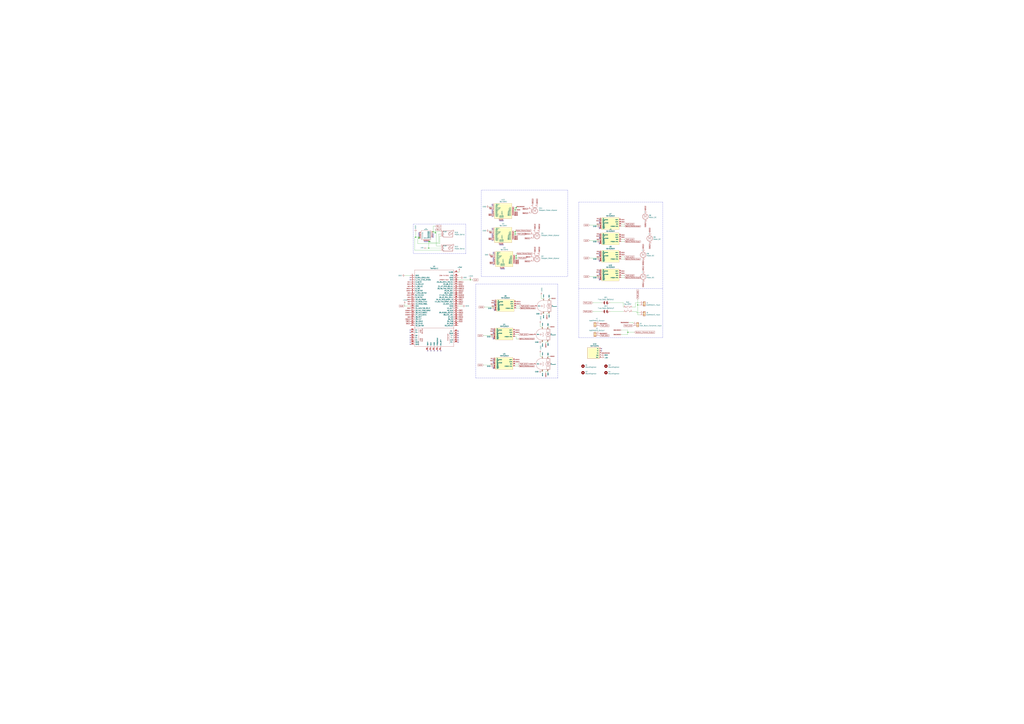
<source format=kicad_sch>
(kicad_sch (version 20211123) (generator eeschema)
  (paper "A0")
  (junction (at 599.44 297.18))
  (junction (at 502.92 269.24))
  (junction (at 482.6 275.59))
  (junction (at 486.41 276.86))
  (junction (at 598.17 269.24))
  (junction (at 598.17 243.84))
  (junction (at 497.84 280.67))
  (junction (at 499.11 280.67))
  (junction (at 505.46 270.51))
  (junction (at 599.44 299.72))
  (junction (at 598.17 271.78))
  (junction (at 546.1 325.12))
  (junction (at 497.84 288.29))
  (junction (at 728.98 386.08))
  (junction (at 599.44 241.3))
  (junction (at 486.41 275.59))
  (junction (at 740.41 354.33))
  (no_connect (at 571.5 266.7))
  (no_connect (at 572.77 293.37))
  (no_connect (at 698.5 405.13))
  (no_connect (at 584.2 284.48))
  (no_connect (at 695.96 259.08))
  (no_connect (at 572.77 417.83))
  (no_connect (at 571.5 246.38))
  (no_connect (at 571.5 273.05))
  (no_connect (at 695.96 318.77))
  (no_connect (at 476.25 400.05))
  (no_connect (at 486.41 273.05))
  (no_connect (at 584.2 312.42))
  (no_connect (at 572.77 383.54))
  (no_connect (at 582.93 256.54))
  (no_connect (at 486.41 274.32))
  (no_connect (at 695.96 276.86))
  (no_connect (at 571.5 237.49))
  (no_connect (at 532.13 392.43))
  (no_connect (at 496.57 280.67))
  (no_connect (at 582.93 312.42))
  (no_connect (at 695.96 302.26))
  (no_connect (at 572.77 294.64))
  (no_connect (at 476.25 383.54))
  (no_connect (at 502.92 274.32))
  (no_connect (at 585.47 312.42))
  (no_connect (at 571.5 279.4))
  (no_connect (at 486.41 271.78))
  (no_connect (at 476.25 386.08))
  (no_connect (at 500.38 407.67))
  (no_connect (at 571.5 251.46))
  (no_connect (at 574.04 359.41))
  (no_connect (at 580.39 284.48))
  (no_connect (at 495.3 280.67))
  (no_connect (at 695.96 257.81))
  (no_connect (at 574.04 360.68))
  (no_connect (at 695.96 323.85))
  (no_connect (at 695.96 255.27))
  (no_connect (at 572.77 392.43))
  (no_connect (at 494.03 280.67))
  (no_connect (at 571.5 245.11))
  (no_connect (at 572.77 393.7))
  (no_connect (at 476.25 394.97))
  (no_connect (at 572.77 427.99))
  (no_connect (at 476.25 397.51))
  (no_connect (at 584.2 256.54))
  (no_connect (at 574.04 350.52))
  (no_connect (at 476.25 389.89))
  (no_connect (at 695.96 283.21))
  (no_connect (at 476.25 322.58))
  (no_connect (at 504.19 407.67))
  (no_connect (at 476.25 325.12))
  (no_connect (at 571.5 265.43))
  (no_connect (at 695.96 293.37))
  (no_connect (at 695.96 325.12))
  (no_connect (at 571.5 274.32))
  (no_connect (at 571.5 238.76))
  (no_connect (at 572.77 421.64))
  (no_connect (at 695.96 265.43))
  (no_connect (at 571.5 275.59))
  (no_connect (at 695.96 264.16))
  (no_connect (at 582.93 284.48))
  (no_connect (at 574.04 353.06))
  (no_connect (at 695.96 303.53))
  (no_connect (at 572.77 299.72))
  (no_connect (at 695.96 275.59))
  (no_connect (at 508 407.67))
  (no_connect (at 572.77 387.35))
  (no_connect (at 581.66 284.48))
  (no_connect (at 502.92 275.59))
  (no_connect (at 571.5 243.84))
  (no_connect (at 572.77 307.34))
  (no_connect (at 572.77 420.37))
  (no_connect (at 502.92 271.78))
  (no_connect (at 581.66 312.42))
  (no_connect (at 572.77 300.99))
  (no_connect (at 532.13 397.51))
  (no_connect (at 496.57 407.67))
  (no_connect (at 532.13 384.81))
  (no_connect (at 695.96 314.96))
  (no_connect (at 574.04 354.33))
  (no_connect (at 698.5 407.67))
  (no_connect (at 476.25 392.43))
  (no_connect (at 695.96 317.5))
  (no_connect (at 572.77 303.53))
  (no_connect (at 532.13 389.89))
  (no_connect (at 572.77 302.26))
  (no_connect (at 695.96 295.91))
  (no_connect (at 532.13 394.97))
  (no_connect (at 581.66 256.54))
  (no_connect (at 486.41 270.51))
  (no_connect (at 571.5 271.78))
  (no_connect (at 511.81 407.67))
  (no_connect (at 532.13 387.35))
  (no_connect (at 695.96 281.94))
  (no_connect (at 572.77 386.08))
  (no_connect (at 572.77 426.72))
  (no_connect (at 580.39 256.54))
  (no_connect (at 695.96 297.18))
  (no_connect (at 502.92 273.05))
  (no_connect (at 492.76 280.67))
  (no_connect (at 695.96 273.05))
  (no_connect (at 571.5 247.65))
  (wire (pts (xy 499.11 281.94) (xy 509.27 281.94)))
  (wire (pts (xy 599.44 299.72) (xy 600.71 299.72)))
  (wire (pts (xy 572.77 389.89) (xy 561.34 389.89)))
  (wire (pts (xy 721.36 280.67) (xy 725.17 280.67)))
  (wire (pts (xy 598.17 270.51) (xy 598.17 269.24)))
  (wire (pts (xy 502.92 269.24) (xy 511.81 269.24)))
  (wire (pts (xy 730.25 374.65) (xy 735.33 374.65)))
  (wire (pts (xy 599.44 297.18) (xy 599.44 294.64)))
  (wire (pts (xy 629.92 379.73) (xy 627.38 379.73)))
  (wire (pts (xy 721.36 322.58) (xy 725.17 322.58)))
  (wire (pts (xy 567.69 267.97) (xy 571.5 267.97)))
  (wire (pts (xy 734.06 356.87) (xy 737.87 356.87)))
  (wire (pts (xy 482.6 275.59) (xy 481.33 275.59)))
  (wire (pts (xy 486.41 276.86) (xy 486.41 275.59)))
  (wire (pts (xy 596.9 273.05) (xy 598.17 273.05)))
  (wire (pts (xy 636.27 414.02) (xy 636.27 416.56)))
  (wire (pts (xy 627.38 375.92) (xy 627.38 379.73)))
  (wire (pts (xy 698.5 361.95) (xy 688.34 361.95)))
  (wire (pts (xy 636.27 379.73) (xy 638.81 379.73)))
  (wire (pts (xy 598.17 245.11) (xy 598.17 243.84)))
  (wire (pts (xy 510.54 274.32) (xy 511.81 274.32)))
  (wire (pts (xy 469.9 355.6) (xy 476.25 355.6)))
  (wire (pts (xy 574.04 356.87) (xy 562.61 356.87)))
  (wire (pts (xy 742.95 354.33) (xy 740.41 354.33)))
  (wire (pts (xy 728.98 388.62) (xy 721.36 388.62)))
  (wire (pts (xy 596.9 269.24) (xy 598.17 269.24)))
  (wire (pts (xy 688.34 351.79) (xy 698.5 351.79)))
  (polyline (pts (xy 659.13 220.98) (xy 659.13 321.31)))
  (polyline (pts (xy 480.06 260.35) (xy 480.06 294.64)))
  (wire (pts (xy 629.92 379.73) (xy 629.92 382.27)))
  (wire (pts (xy 497.84 280.67) (xy 499.11 280.67)))
  (wire (pts (xy 567.69 240.03) (xy 571.5 240.03)))
  (polyline (pts (xy 552.45 439.42) (xy 647.7 439.42)))
  (wire (pts (xy 596.9 271.78) (xy 598.17 271.78)))
  (wire (pts (xy 596.9 241.3) (xy 599.44 241.3)))
  (wire (pts (xy 627.38 410.21) (xy 627.38 414.02)))
  (wire (pts (xy 633.73 431.8) (xy 633.73 433.07)))
  (wire (pts (xy 502.92 269.24) (xy 502.92 262.89)))
  (wire (pts (xy 598.17 422.91) (xy 601.98 422.91)))
  (wire (pts (xy 599.44 298.45) (xy 599.44 297.18)))
  (wire (pts (xy 737.87 356.87) (xy 737.87 351.79)))
  (wire (pts (xy 469.9 353.06) (xy 469.9 355.6)))
  (wire (pts (xy 572.77 424.18) (xy 561.34 424.18)))
  (wire (pts (xy 599.44 358.14) (xy 603.25 358.14)))
  (wire (pts (xy 631.19 346.71) (xy 631.19 349.25)))
  (wire (pts (xy 505.46 270.51) (xy 506.73 270.51)))
  (wire (pts (xy 721.36 298.45) (xy 725.17 298.45)))
  (wire (pts (xy 497.84 288.29) (xy 511.81 288.29)))
  (wire (pts (xy 629.92 431.8) (xy 629.92 429.26)))
  (wire (pts (xy 737.87 351.79) (xy 742.95 351.79)))
  (wire (pts (xy 631.19 364.49) (xy 629.92 364.49)))
  (wire (pts (xy 598.17 299.72) (xy 599.44 299.72)))
  (wire (pts (xy 596.9 243.84) (xy 598.17 243.84)))
  (wire (pts (xy 482.6 269.24) (xy 482.6 275.59)))
  (wire (pts (xy 502.92 262.89) (xy 505.46 262.89)))
  (wire (pts (xy 502.92 270.51) (xy 505.46 270.51)))
  (wire (pts (xy 721.36 262.89) (xy 725.17 262.89)))
  (wire (pts (xy 511.81 285.75) (xy 506.73 285.75)))
  (polyline (pts (xy 647.7 330.2) (xy 552.45 330.2)))
  (wire (pts (xy 599.44 242.57) (xy 599.44 241.3)))
  (polyline (pts (xy 769.62 234.95) (xy 671.83 234.95)))
  (wire (pts (xy 596.9 245.11) (xy 598.17 245.11)))
  (wire (pts (xy 721.36 320.04) (xy 725.17 320.04)))
  (wire (pts (xy 598.17 269.24) (xy 598.17 267.97)))
  (polyline (pts (xy 552.45 330.2) (xy 552.45 439.42)))
  (wire (pts (xy 570.23 295.91) (xy 572.77 295.91)))
  (wire (pts (xy 598.17 273.05) (xy 598.17 271.78)))
  (wire (pts (xy 599.44 393.7) (xy 601.98 393.7)))
  (wire (pts (xy 629.92 431.8) (xy 628.65 431.8)))
  (wire (pts (xy 628.65 342.9) (xy 628.65 346.71)))
  (wire (pts (xy 637.54 364.49) (xy 637.54 361.95)))
  (wire (pts (xy 532.13 316.23) (xy 533.4 316.23)))
  (wire (pts (xy 739.14 361.95) (xy 739.14 363.22)))
  (wire (pts (xy 532.13 322.58) (xy 534.67 322.58)))
  (wire (pts (xy 721.36 300.99) (xy 725.17 300.99)))
  (wire (pts (xy 598.17 388.62) (xy 601.98 388.62)))
  (wire (pts (xy 596.9 270.51) (xy 598.17 270.51)))
  (wire (pts (xy 636.27 397.51) (xy 636.27 394.97)))
  (wire (pts (xy 708.66 361.95) (xy 723.9 361.95)))
  (wire (pts (xy 506.73 285.75) (xy 506.73 270.51)))
  (wire (pts (xy 596.9 242.57) (xy 599.44 242.57)))
  (wire (pts (xy 636.27 431.8) (xy 636.27 429.26)))
  (wire (pts (xy 723.9 351.79) (xy 708.66 351.79)))
  (polyline (pts (xy 541.02 294.64) (xy 541.02 260.35)))
  (polyline (pts (xy 671.83 234.95) (xy 671.83 392.43)))
  (polyline (pts (xy 671.83 392.43) (xy 769.62 392.43)))
  (wire (pts (xy 629.92 397.51) (xy 628.65 397.51)))
  (wire (pts (xy 695.96 261.62) (xy 684.53 261.62)))
  (wire (pts (xy 723.9 356.87) (xy 723.9 351.79)))
  (wire (pts (xy 736.6 386.08) (xy 728.98 386.08)))
  (wire (pts (xy 599.44 355.6) (xy 603.25 355.6)))
  (wire (pts (xy 598.17 297.18) (xy 599.44 297.18)))
  (wire (pts (xy 499.11 280.67) (xy 499.11 281.94)))
  (wire (pts (xy 510.54 283.21) (xy 510.54 274.32)))
  (wire (pts (xy 728.98 383.54) (xy 721.36 383.54)))
  (wire (pts (xy 728.98 386.08) (xy 728.98 388.62)))
  (wire (pts (xy 740.41 354.33) (xy 740.41 347.98)))
  (polyline (pts (xy 558.8 321.31) (xy 659.13 321.31)))
  (wire (pts (xy 485.14 283.21) (xy 510.54 283.21)))
  (wire (pts (xy 631.19 364.49) (xy 631.19 361.95)))
  (wire (pts (xy 629.92 414.02) (xy 627.38 414.02)))
  (wire (pts (xy 635 364.49) (xy 635 365.76)))
  (wire (pts (xy 633.73 397.51) (xy 633.73 398.78)))
  (wire (pts (xy 598.17 243.84) (xy 599.44 243.84)))
  (wire (pts (xy 735.33 374.65) (xy 735.33 375.92)))
  (wire (pts (xy 532.13 325.12) (xy 546.1 325.12)))
  (wire (pts (xy 497.84 280.67) (xy 497.84 288.29)))
  (wire (pts (xy 695.96 279.4) (xy 684.53 279.4)))
  (polyline (pts (xy 647.7 439.42) (xy 647.7 330.2)))
  (wire (pts (xy 636.27 379.73) (xy 636.27 382.27)))
  (wire (pts (xy 636.27 397.51) (xy 633.73 397.51)))
  (wire (pts (xy 721.36 278.13) (xy 725.17 278.13)))
  (wire (pts (xy 495.3 288.29) (xy 497.84 288.29)))
  (wire (pts (xy 721.36 260.35) (xy 725.17 260.35)))
  (wire (pts (xy 599.44 300.99) (xy 599.44 299.72)))
  (wire (pts (xy 739.14 363.22) (xy 742.95 363.22)))
  (wire (pts (xy 728.98 386.08) (xy 728.98 383.54)))
  (wire (pts (xy 485.14 276.86) (xy 485.14 283.21)))
  (polyline (pts (xy 659.13 220.98) (xy 558.8 220.98)))
  (wire (pts (xy 631.19 346.71) (xy 628.65 346.71)))
  (wire (pts (xy 740.41 365.76) (xy 742.95 365.76)))
  (polyline (pts (xy 769.62 234.95) (xy 769.62 392.43)))
  (wire (pts (xy 598.17 300.99) (xy 599.44 300.99)))
  (wire (pts (xy 505.46 266.7) (xy 505.46 270.51)))
  (wire (pts (xy 695.96 299.72) (xy 684.53 299.72)))
  (polyline (pts (xy 541.02 294.64) (xy 480.06 294.64)))
  (wire (pts (xy 599.44 391.16) (xy 599.44 393.7)))
  (wire (pts (xy 486.41 275.59) (xy 482.6 275.59)))
  (wire (pts (xy 533.4 316.23) (xy 533.4 314.96)))
  (wire (pts (xy 636.27 431.8) (xy 633.73 431.8)))
  (wire (pts (xy 629.92 414.02) (xy 629.92 416.56)))
  (wire (pts (xy 509.27 281.94) (xy 509.27 271.78)))
  (polyline (pts (xy 671.83 335.28) (xy 769.62 335.28)))
  (wire (pts (xy 637.54 346.71) (xy 640.08 346.71)))
  (wire (pts (xy 469.9 320.04) (xy 476.25 320.04)))
  (polyline (pts (xy 480.06 260.35) (xy 541.02 260.35)))
  (wire (pts (xy 695.96 321.31) (xy 684.53 321.31)))
  (wire (pts (xy 486.41 276.86) (xy 485.14 276.86)))
  (wire (pts (xy 598.17 425.45) (xy 601.98 425.45)))
  (wire (pts (xy 598.17 298.45) (xy 599.44 298.45)))
  (wire (pts (xy 481.33 290.83) (xy 511.81 290.83)))
  (wire (pts (xy 598.17 391.16) (xy 599.44 391.16)))
  (wire (pts (xy 532.13 355.6) (xy 537.21 355.6)))
  (wire (pts (xy 637.54 346.71) (xy 637.54 349.25)))
  (wire (pts (xy 546.1 325.12) (xy 548.64 325.12)))
  (wire (pts (xy 599.44 241.3) (xy 599.44 240.03)))
  (wire (pts (xy 637.54 364.49) (xy 635 364.49)))
  (wire (pts (xy 734.06 361.95) (xy 739.14 361.95)))
  (wire (pts (xy 481.33 275.59) (xy 481.33 290.83)))
  (wire (pts (xy 509.27 271.78) (xy 511.81 271.78)))
  (wire (pts (xy 740.41 354.33) (xy 740.41 365.76)))
  (wire (pts (xy 636.27 414.02) (xy 638.81 414.02)))
  (polyline (pts (xy 558.8 220.98) (xy 558.8 321.31)))
  (wire (pts (xy 598.17 271.78) (xy 599.44 271.78)))
  (wire (pts (xy 629.92 397.51) (xy 629.92 394.97)))
  (global_label "SLEEP_1" (shape input) (at 532.13 332.74 0) (effects (font (size 0.7874 0.7874))) (property "Intersheet References" "${INTERSHEET_REFS}" (effects hide)))
  (global_label "OUTB1_LIN" (shape input) (at 635 365.76 270) (effects (font (size 0.508 0.508))) (property "Intersheet References" "${INTERSHEET_REFS}" (effects hide)))
  (global_label "3.3V" (shape input) (at 684.53 321.31 180) (property "Intersheet References" "${INTERSHEET_REFS}" (effects hide)))
  (global_label "OUTA_1" (shape input) (at 749.3 245.11 90) (effects (font (size 0.7874 0.7874))) (property "Intersheet References" "${INTERSHEET_REFS}" (effects hide)))
  (global_label "PWR_GND" (shape input) (at 725.17 298.45 0) (property "Intersheet References" "${INTERSHEET_REFS}" (effects hide)))
  (global_label "3.3V" (shape input) (at 469.9 355.6 180) (property "Intersheet References" "${INTERSHEET_REFS}" (effects hide)))
  (global_label "RESET_2" (shape input) (at 572.77 306.07 180) (effects (font (size 0.508 0.508))) (property "Intersheet References" "${INTERSHEET_REFS}" (effects hide)))
  (global_label "INA_7" (shape input) (at 476.25 327.66 180) (effects (font (size 0.508 0.508))) (property "Intersheet References" "${INTERSHEET_REFS}" (effects hide)))
  (global_label "RESET_1" (shape input) (at 571.5 278.13 180) (effects (font (size 0.508 0.508))) (property "Intersheet References" "${INTERSHEET_REFS}" (effects hide)))
  (global_label "BOUT1_3" (shape input) (at 613.41 242.57 180) (effects (font (size 0.7874 0.7874))) (property "Intersheet References" "${INTERSHEET_REFS}" (effects hide)))
  (global_label "PWM_5" (shape input) (at 476.25 347.98 180) (effects (font (size 0.508 0.508))) (property "Intersheet References" "${INTERSHEET_REFS}" (effects hide)))
  (global_label "OUTB_1" (shape input) (at 749.3 257.81 270) (effects (font (size 0.7874 0.7874))) (property "Intersheet References" "${INTERSHEET_REFS}" (effects hide)))
  (global_label "SLEEP_3" (shape input) (at 476.25 337.82 180) (effects (font (size 0.508 0.508))) (property "Intersheet References" "${INTERSHEET_REFS}" (effects hide)))
  (global_label "PWM_6" (shape input) (at 476.25 358.14 180) (effects (font (size 0.508 0.508))) (property "Intersheet References" "${INTERSHEET_REFS}" (effects hide)))
  (global_label "PWM_1" (shape input) (at 695.96 256.54 180) (effects (font (size 0.508 0.508))) (property "Intersheet References" "${INTERSHEET_REFS}" (effects hide)))
  (global_label "PWM_2" (shape input) (at 532.13 363.22 0) (effects (font (size 0.7874 0.7874))) (property "Intersheet References" "${INTERSHEET_REFS}" (effects hide)))
  (global_label "INA_5" (shape input) (at 476.25 345.44 180) (effects (font (size 0.508 0.508))) (property "Intersheet References" "${INTERSHEET_REFS}" (effects hide)))
  (global_label "PWR_GND" (shape input) (at 688.34 351.79 180) (property "Intersheet References" "${INTERSHEET_REFS}" (effects hide)))
  (global_label "BOUT2_3" (shape input) (at 596.9 250.19 0) (effects (font (size 0.508 0.508))) (property "Intersheet References" "${INTERSHEET_REFS}" (effects hide)))
  (global_label "INA_6" (shape input) (at 572.77 382.27 180) (effects (font (size 0.508 0.508))) (property "Intersheet References" "${INTERSHEET_REFS}" (effects hide)))
  (global_label "BOUT2_1" (shape input) (at 615.95 276.86 180) (effects (font (size 0.7874 0.7874))) (property "Intersheet References" "${INTERSHEET_REFS}" (effects hide)))
  (global_label "STEP_3" (shape input) (at 476.25 342.9 180) (effects (font (size 0.508 0.508))) (property "Intersheet References" "${INTERSHEET_REFS}" (effects hide)))
  (global_label "3.3V" (shape input) (at 684.53 299.72 180) (property "Intersheet References" "${INTERSHEET_REFS}" (effects hide)))
  (global_label "PWR_GND" (shape input) (at 601.98 422.91 0) (property "Intersheet References" "${INTERSHEET_REFS}" (effects hide)))
  (global_label "PWR_GND" (shape input) (at 735.33 378.46 180) (property "Intersheet References" "${INTERSHEET_REFS}" (effects hide)))
  (global_label "OUTA_3" (shape input) (at 746.76 289.56 90) (effects (font (size 0.7874 0.7874))) (property "Intersheet References" "${INTERSHEET_REFS}" (effects hide)))
  (global_label "OUTA_2" (shape input) (at 721.36 273.05 0) (effects (font (size 0.508 0.508))) (property "Intersheet References" "${INTERSHEET_REFS}" (effects hide)))
  (global_label "AOUT2_3" (shape input) (at 623.57 237.49 90) (effects (font (size 0.7874 0.7874))) (property "Intersheet References" "${INTERSHEET_REFS}" (effects hide)))
  (global_label "Battery1_Positive24V" (shape input) (at 695.96 375.92 0) (effects (font (size 0.508 0.508))) (property "Intersheet References" "${INTERSHEET_REFS}" (effects hide)))
  (global_label "OUTA1_LIN" (shape input) (at 599.44 350.52 0) (effects (font (size 0.508 0.508))) (property "Intersheet References" "${INTERSHEET_REFS}" (effects hide)))
  (global_label "PWM_5" (shape input) (at 574.04 351.79 180) (effects (font (size 0.508 0.508))) (property "Intersheet References" "${INTERSHEET_REFS}" (effects hide)))
  (global_label "PWR_GND" (shape input) (at 688.34 361.95 180) (property "Intersheet References" "${INTERSHEET_REFS}" (effects hide)))
  (global_label "INB_4" (shape input) (at 695.96 320.04 180) (effects (font (size 0.508 0.508))) (property "Intersheet References" "${INTERSHEET_REFS}" (effects hide)))
  (global_label "PWM_3" (shape input) (at 695.96 294.64 180) (effects (font (size 0.508 0.508))) (property "Intersheet References" "${INTERSHEET_REFS}" (effects hide)))
  (global_label "INB_2" (shape input) (at 695.96 278.13 180) (effects (font (size 0.508 0.508))) (property "Intersheet References" "${INTERSHEET_REFS}" (effects hide)))
  (global_label "OUTB3_LIN" (shape input) (at 633.73 433.07 270) (effects (font (size 0.508 0.508))) (property "Intersheet References" "${INTERSHEET_REFS}" (effects hide)))
  (global_label "OUTA1_LIN" (shape input) (at 640.08 346.71 0) (effects (font (size 0.508 0.508))) (property "Intersheet References" "${INTERSHEET_REFS}" (effects hide)))
  (global_label "INB_6" (shape input) (at 476.25 368.3 180) (effects (font (size 0.508 0.508))) (property "Intersheet References" "${INTERSHEET_REFS}" (effects hide)))
  (global_label "BOUT1_1" (shape input) (at 615.95 271.78 180) (effects (font (size 0.7874 0.7874))) (property "Intersheet References" "${INTERSHEET_REFS}" (effects hide)))
  (global_label "OUTA_3" (shape input) (at 721.36 293.37 0) (effects (font (size 0.508 0.508))) (property "Intersheet References" "${INTERSHEET_REFS}" (effects hide)))
  (global_label "PWM_6" (shape input) (at 572.77 384.81 180) (effects (font (size 0.508 0.508))) (property "Intersheet References" "${INTERSHEET_REFS}" (effects hide)))
  (global_label "Battery_Shared_Output" (shape input) (at 736.6 386.08 0) (property "Intersheet References" "${INTERSHEET_REFS}" (effects hide)))
  (global_label "INA_7" (shape input) (at 572.77 416.56 180) (effects (font (size 0.508 0.508))) (property "Intersheet References" "${INTERSHEET_REFS}" (effects hide)))
  (global_label "INB_4" (shape input) (at 476.25 373.38 180) (effects (font (size 0.7874 0.7874))) (property "Intersheet References" "${INTERSHEET_REFS}" (effects hide)))
  (global_label "Battery_Shared_Output" (shape input) (at 601.98 393.7 0) (effects (font (size 0.9906 0.9906))) (property "Intersheet References" "${INTERSHEET_REFS}" (effects hide)))
  (global_label "PWR_GND" (shape input) (at 695.96 389.89 0) (property "Intersheet References" "${INTERSHEET_REFS}" (effects hide)))
  (global_label "BOUT2_1" (shape input) (at 596.9 278.13 0) (effects (font (size 0.508 0.508))) (property "Intersheet References" "${INTERSHEET_REFS}" (effects hide)))
  (global_label "Battery_Shared_Output" (shape input) (at 725.17 262.89 0) (effects (font (size 0.9906 0.9906))) (property "Intersheet References" "${INTERSHEET_REFS}" (effects hide)))
  (global_label "Battery_Shared_Output" (shape input) (at 599.44 294.64 0) (effects (font (size 0.9906 0.9906))) (property "Intersheet References" "${INTERSHEET_REFS}" (effects hide)))
  (global_label "AOUT1_1" (shape input) (at 621.03 266.7 90) (effects (font (size 0.7874 0.7874))) (property "Intersheet References" "${INTERSHEET_REFS}" (effects hide)))
  (global_label "OUTA_4" (shape input) (at 746.76 314.96 90) (effects (font (size 0.7874 0.7874))) (property "Intersheet References" "${INTERSHEET_REFS}" (effects hide)))
  (global_label "Battery2_Positive24V" (shape input) (at 721.36 388.62 180) (effects (font (size 0.508 0.508))) (property "Intersheet References" "${INTERSHEET_REFS}" (effects hide)))
  (global_label "RESET_3" (shape input) (at 476.25 335.28 180) (effects (font (size 0.508 0.508))) (property "Intersheet References" "${INTERSHEET_REFS}" (effects hide)))
  (global_label "PWR_GND" (shape input) (at 725.17 260.35 0) (property "Intersheet References" "${INTERSHEET_REFS}" (effects hide)))
  (global_label "Battery2_Positive24V" (shape input) (at 695.96 387.35 0) (effects (font (size 0.508 0.508))) (property "Intersheet References" "${INTERSHEET_REFS}" (effects hide)))
  (global_label "OUTA_2" (shape input) (at 754.38 270.51 90) (effects (font (size 0.7874 0.7874))) (property "Intersheet References" "${INTERSHEET_REFS}" (effects hide)))
  (global_label "Battery_Shared_Output" (shape input) (at 730.25 374.65 180) (effects (font (size 0.508 0.508))) (property "Intersheet References" "${INTERSHEET_REFS}" (effects hide)))
  (global_label "Battery_Shared_Output" (shape input) (at 598.17 267.97 0) (effects (font (size 0.9906 0.9906))) (property "Intersheet References" "${INTERSHEET_REFS}" (effects hide)))
  (global_label "Battery_Shared_Output" (shape input) (at 725.17 300.99 0) (effects (font (size 0.9906 0.9906))) (property "Intersheet References" "${INTERSHEET_REFS}" (effects hide)))
  (global_label "INB_5" (shape input) (at 574.04 355.6 180) (effects (font (size 0.508 0.508))) (property "Intersheet References" "${INTERSHEET_REFS}" (effects hide)))
  (global_label "LIN_SIGNAL1" (shape input) (at 621.03 355.6 180) (effects (font (size 0.508 0.508))) (property "Intersheet References" "${INTERSHEET_REFS}" (effects hide)))
  (global_label "STEP_3" (shape input) (at 571.5 241.3 180) (effects (font (size 0.508 0.508))) (property "Intersheet References" "${INTERSHEET_REFS}" (effects hide)))
  (global_label "PWM_4" (shape input) (at 476.25 370.84 180) (effects (font (size 0.7874 0.7874))) (property "Intersheet References" "${INTERSHEET_REFS}" (effects hide)))
  (global_label "INA_1" (shape input) (at 532.13 353.06 0) (effects (font (size 0.7874 0.7874))) (property "Intersheet References" "${INTERSHEET_REFS}" (effects hide)))
  (global_label "SLEEP_3" (shape input) (at 571.5 248.92 180) (effects (font (size 0.508 0.508))) (property "Intersheet References" "${INTERSHEET_REFS}" (effects hide)))
  (global_label "3.3V" (shape input) (at 562.61 356.87 180) (property "Intersheet References" "${INTERSHEET_REFS}" (effects hide)))
  (global_label "PWR_GND" (shape input) (at 740.41 347.98 90) (property "Intersheet References" "${INTERSHEET_REFS}" (effects hide)))
  (global_label "OUTB3_LIN" (shape input) (at 598.17 420.37 0) (effects (font (size 0.508 0.508))) (property "Intersheet References" "${INTERSHEET_REFS}" (effects hide)))
  (global_label "DIR_2" (shape input) (at 532.13 340.36 0) (effects (font (size 0.7874 0.7874))) (property "Intersheet References" "${INTERSHEET_REFS}" (effects hide)))
  (global_label "INA_2" (shape input) (at 695.96 271.78 180) (effects (font (size 0.508 0.508))) (property "Intersheet References" "${INTERSHEET_REFS}" (effects hide)))
  (global_label "SS_2" (shape input) (at 505.46 266.7 0) (property "Intersheet References" "${INTERSHEET_REFS}" (effects hide)))
  (global_label "INA_3" (shape input) (at 532.13 373.38 0) (effects (font (size 0.7874 0.7874))) (property "Intersheet References" "${INTERSHEET_REFS}" (effects hide)))
  (global_label "OUTA_4" (shape input) (at 721.36 314.96 0) (effects (font (size 0.508 0.508))) (property "Intersheet References" "${INTERSHEET_REFS}" (effects hide)))
  (global_label "INB_2" (shape input) (at 532.13 360.68 0) (effects (font (size 0.7874 0.7874))) (property "Intersheet References" "${INTERSHEET_REFS}" (effects hide)))
  (global_label "3.3V" (shape input) (at 684.53 261.62 180) (property "Intersheet References" "${INTERSHEET_REFS}" (effects hide)))
  (global_label "PWR_GND" (shape input) (at 601.98 388.62 0) (property "Intersheet References" "${INTERSHEET_REFS}" (effects hide)))
  (global_label "OUTA_1" (shape input) (at 721.36 255.27 0) (effects (font (size 0.508 0.508))) (property "Intersheet References" "${INTERSHEET_REFS}" (effects hide)))
  (global_label "Battery_Shared_Output" (shape input) (at 725.17 280.67 0) (effects (font (size 0.9906 0.9906))) (property "Intersheet References" "${INTERSHEET_REFS}" (effects hide)))
  (global_label "INA_6" (shape input) (at 476.25 353.06 180) (effects (font (size 0.508 0.508))) (property "Intersheet References" "${INTERSHEET_REFS}" (effects hide)))
  (global_label "LIN_SIGNAL3" (shape input) (at 476.25 360.68 180) (effects (font (size 0.508 0.508))) (property "Intersheet References" "${INTERSHEET_REFS}" (effects hide)))
  (global_label "LIN_SIGNAL1" (shape input) (at 476.25 363.22 180) (effects (font (size 0.508 0.508))) (property "Intersheet References" "${INTERSHEET_REFS}" (effects hide)))
  (global_label "BOUT1_3" (shape input) (at 596.9 248.92 0) (effects (font (size 0.508 0.508))) (property "Intersheet References" "${INTERSHEET_REFS}" (effects hide)))
  (global_label "AOUT1_1" (shape input) (at 596.9 274.32 0) (effects (font (size 0.508 0.508))) (property "Intersheet References" "${INTERSHEET_REFS}" (effects hide)))
  (global_label "LIN_SIGNAL2" (shape input) (at 619.76 388.62 180) (effects (font (size 0.508 0.508))) (property "Intersheet References" "${INTERSHEET_REFS}" (effects hide)))
  (global_label "AOUT2_3" (shape input) (at 596.9 247.65 0) (effects (font (size 0.508 0.508))) (property "Intersheet References" "${INTERSHEET_REFS}" (effects hide)))
  (global_label "BOUT1_2" (shape input) (at 598.17 304.8 0) (effects (font (size 0.508 0.508))) (property "Intersheet References" "${INTERSHEET_REFS}" (effects hide)))
  (global_label "STEP_2" (shape input) (at 572.77 297.18 180) (effects (font (size 0.508 0.508))) (property "Intersheet References" "${INTERSHEET_REFS}" (effects hide)))
  (global_label "BOUT1_2" (shape input) (at 615.95 298.45 180) (effects (font (size 0.6096 0.6096))) (property "Intersheet References" "${INTERSHEET_REFS}" (effects hide)))
  (global_label "Battery_Shared_Output" (shape input) (at 725.17 322.58 0) (effects (font (size 0.9906 0.9906))) (property "Intersheet References" "${INTERSHEET_REFS}" (effects hide)))
  (global_label "AOUT1_2" (shape input) (at 598.17 302.26 0) (effects (font (size 0.508 0.508))) (property "Intersheet References" "${INTERSHEET_REFS}" (effects hide)))
  (global_label "SLEEP_2" (shape input) (at 572.77 304.8 180) (effects (font (size 0.508 0.508))) (property "Intersheet References" "${INTERSHEET_REFS}" (effects hide)))
  (global_label "INA_2" (shape input) (at 532.13 365.76 0) (effects (font (size 0.7874 0.7874))) (property "Intersheet References" "${INTERSHEET_REFS}" (effects hide)))
  (global_label "RESET_1" (shape input) (at 532.13 335.28 0) (effects (font (size 0.7874 0.7874))) (property "Intersheet References" "${INTERSHEET_REFS}" (effects hide)))
  (global_label "3.3V" (shape input) (at 684.53 279.4 180) (property "Intersheet References" "${INTERSHEET_REFS}" (effects hide)))
  (global_label "PWM_3" (shape input) (at 532.13 368.3 0) (effects (font (size 0.7874 0.7874))) (property "Intersheet References" "${INTERSHEET_REFS}" (effects hide)))
  (global_label "Battery_Shared_Output" (shape input) (at 601.98 425.45 0) (effects (font (size 0.9906 0.9906))) (property "Intersheet References" "${INTERSHEET_REFS}" (effects hide)))
  (global_label "STEP_1" (shape input) (at 532.13 327.66 0) (effects (font (size 0.7874 0.7874))) (property "Intersheet References" "${INTERSHEET_REFS}" (effects hide)))
  (global_label "SLEEP_1" (shape input) (at 571.5 276.86 180) (effects (font (size 0.508 0.508))) (property "Intersheet References" "${INTERSHEET_REFS}" (effects hide)))
  (global_label "OUTB_3" (shape input) (at 746.76 302.26 270) (effects (font (size 0.7874 0.7874))) (property "Intersheet References" "${INTERSHEET_REFS}" (effects hide)))
  (global_label "PWM_7" (shape input) (at 476.25 330.2 180) (effects (font (size 0.508 0.508))) (property "Intersheet References" "${INTERSHEET_REFS}" (effects hide)))
  (global_label "PWR_GND" (shape input) (at 695.96 378.46 0) (property "Intersheet References" "${INTERSHEET_REFS}" (effects hide)))
  (global_label "Battery1_Positive24V" (shape input) (at 721.36 383.54 180) (effects (font (size 0.508 0.508))) (property "Intersheet References" "${INTERSHEET_REFS}" (effects hide)))
  (global_label "PWR_GND" (shape input) (at 725.17 320.04 0) (property "Intersheet References" "${INTERSHEET_REFS}" (effects hide)))
  (global_label "RESET_2" (shape input) (at 532.13 345.44 0) (effects (font (size 0.7874 0.7874))) (property "Intersheet References" "${INTERSHEET_REFS}" (effects hide)))
  (global_label "BOUT2_2" (shape input) (at 615.95 303.53 180) (effects (font (size 0.7874 0.7874))) (property "Intersheet References" "${INTERSHEET_REFS}" (effects hide)))
  (global_label "STEP_2" (shape input) (at 532.13 337.82 0) (effects (font (size 0.7874 0.7874))) (property "Intersheet References" "${INTERSHEET_REFS}" (effects hide)))
  (global_label "Battery_Shared_Output" (shape input) (at 698.5 410.21 0) (effects (font (size 0.508 0.508))) (property "Intersheet References" "${INTERSHEET_REFS}" (effects hide)))
  (global_label "AOUT2_2" (shape input) (at 598.17 303.53 0) (effects (font (size 0.508 0.508))) (property "Intersheet References" "${INTERSHEET_REFS}" (effects hide)))
  (global_label "INA_1" (shape input) (at 695.96 254 180) (effects (font (size 0.508 0.508))) (property "Intersheet References" "${INTERSHEET_REFS}" (effects hide)))
  (global_label "DIR_3" (shape input) (at 571.5 242.57 180) (effects (font (size 0.508 0.508))) (property "Intersheet References" "${INTERSHEET_REFS}" (effects hide)))
  (global_label "INB_6" (shape input) (at 572.77 388.62 180) (effects (font (size 0.508 0.508))) (property "Intersheet References" "${INTERSHEET_REFS}" (effects hide)))
  (global_label "PWM_7" (shape input) (at 572.77 419.1 180) (effects (font (size 0.508 0.508))) (property "Intersheet References" "${INTERSHEET_REFS}" (effects hide)))
  (global_label "PWR_GND" (shape input) (at 599.44 271.78 0) (effects (font (size 1.1938 1.1938))) (property "Intersheet References" "${INTERSHEET_REFS}" (effects hide)))
  (global_label "OUTB_2" (shape input) (at 721.36 275.59 0) (effects (font (size 0.508 0.508))) (property "Intersheet References" "${INTERSHEET_REFS}" (effects hide)))
  (global_label "INA_5" (shape input) (at 574.04 349.25 180) (effects (font (size 0.508 0.508))) (property "Intersheet References" "${INTERSHEET_REFS}" (effects hide)))
  (global_label "RESET_3" (shape input) (at 571.5 250.19 180) (effects (font (size 0.508 0.508))) (property "Intersheet References" "${INTERSHEET_REFS}" (effects hide)))
  (global_label "OUTB_4" (shape input) (at 746.76 327.66 270) (effects (font (size 0.7874 0.7874))) (property "Intersheet References" "${INTERSHEET_REFS}" (effects hide)))
  (global_label "INB_1" (shape input) (at 532.13 347.98 0) (effects (font (size 0.7874 0.7874))) (property "Intersheet References" "${INTERSHEET_REFS}" (effects hide)))
  (global_label "OUTA3_LIN" (shape input) (at 638.81 414.02 0) (effects (font (size 0.508 0.508))) (property "Intersheet References" "${INTERSHEET_REFS}" (effects hide)))
  (global_label "INB_3" (shape input) (at 695.96 298.45 180) (effects (font (size 0.508 0.508))) (property "Intersheet References" "${INTERSHEET_REFS}" (effects hide)))
  (global_label "OUTB2_LIN" (shape input) (at 598.17 386.08 0) (effects (font (size 0.508 0.508))) (property "Intersheet References" "${INTERSHEET_REFS}" (effects hide)))
  (global_label "BOUT2_2" (shape input) (at 598.17 306.07 0) (effects (font (size 0.508 0.508))) (property "Intersheet References" "${INTERSHEET_REFS}" (effects hide)))
  (global_label "SLEEP_2" (shape input) (at 532.13 342.9 0) (effects (font (size 0.7874 0.7874))) (property "Intersheet References" "${INTERSHEET_REFS}" (effects hide)))
  (global_label "BOUT1_1" (shape input) (at 596.9 276.86 0) (effects (font (size 0.508 0.508))) (property "Intersheet References" "${INTERSHEET_REFS}" (effects hide)))
  (global_label "PWR_GND" (shape input) (at 600.71 299.72 0) (effects (font (size 1.1938 1.1938))) (property "Intersheet References" "${INTERSHEET_REFS}" (effects hide)))
  (global_label "DIR_2" (shape input) (at 572.77 298.45 180) (effects (font (size 0.508 0.508))) (property "Intersheet References" "${INTERSHEET_REFS}" (effects hide)))
  (global_label "OUTB1_LIN" (shape input) (at 599.44 353.06 0) (effects (font (size 0.508 0.508))) (property "Intersheet References" "${INTERSHEET_REFS}" (effects hide)))
  (global_label "PWR_GND" (shape input) (at 603.25 355.6 0) (property "Intersheet References" "${INTERSHEET_REFS}" (effects hide)))
  (global_label "OUTA3_LIN" (shape input) (at 598.17 417.83 0) (effects (font (size 0.508 0.508))) (property "Intersheet References" "${INTERSHEET_REFS}" (effects hide)))
  (global_label "LIN_SIGNAL3" (shape input) (at 619.76 422.91 180) (effects (font (size 0.508 0.508))) (property "Intersheet References" "${INTERSHEET_REFS}" (effects hide)))
  (global_label "STEP_1" (shape input) (at 571.5 269.24 180) (effects (font (size 0.508 0.508))) (property "Intersheet References" "${INTERSHEET_REFS}" (effects hide)))
  (global_label "AOUT1_3" (shape input) (at 596.9 246.38 0) (effects (font (size 0.508 0.508))) (property "Intersheet References" "${INTERSHEET_REFS}" (effects hide)))
  (global_label "3.3V" (shape input) (at 561.34 424.18 180) (property "Intersheet References" "${INTERSHEET_REFS}" (effects hide)))
  (global_label "PWR_GND" (shape input) (at 599.44 243.84 0) (effects (font (size 0.508 0.508))) (property "Intersheet References" "${INTERSHEET_REFS}" (effects hide)))
  (global_label "OUTA2_LIN" (shape input) (at 638.81 379.73 0) (effects (font (size 0.508 0.508))) (property "Intersheet References" "${INTERSHEET_REFS}" (effects hide)))
  (global_label "INB_3" (shape input) (at 532.13 370.84 0) (effects (font (size 0.7874 0.7874))) (property "Intersheet References" "${INTERSHEET_REFS}" (effects hide)))
  (global_label "PWM_2" (shape input) (at 695.96 274.32 180) (effects (font (size 0.508 0.508))) (property "Intersheet References" "${INTERSHEET_REFS}" (effects hide)))
  (global_label "OUTB2_LIN" (shape input) (at 633.73 398.78 270) (effects (font (size 0.508 0.508))) (property "Intersheet References" "${INTERSHEET_REFS}" (effects hide)))
  (global_label "INA_4" (shape input) (at 695.96 313.69 180) (effects (font (size 0.508 0.508))) (property "Intersheet References" "${INTERSHEET_REFS}" (effects hide)))
  (global_label "OUTB_4" (shape input) (at 721.36 317.5 0) (effects (font (size 0.508 0.508))) (property "Intersheet References" "${INTERSHEET_REFS}" (effects hide)))
  (global_label "AOUT1_2" (shape input) (at 621.03 293.37 90) (effects (font (size 0.7874 0.7874))) (property "Intersheet References" "${INTERSHEET_REFS}" (effects hide)))
  (global_label "INB_7" (shape input) (at 476.25 332.74 180) (effects (font (size 0.508 0.508))) (property "Intersheet References" "${INTERSHEET_REFS}" (effects hide)))
  (global_label "OUTA2_LIN" (shape input) (at 598.17 383.54 0) (effects (font (size 0.508 0.508))) (property "Intersheet References" "${INTERSHEET_REFS}" (effects hide)))
  (global_label "AOUT2_1" (shape input) (at 626.11 266.7 90) (effects (font (size 0.7874 0.7874))) (property "Intersheet References" "${INTERSHEET_REFS}" (effects hide)))
  (global_label "PWR_GND" (shape input) (at 725.17 278.13 0) (property "Intersheet References" "${INTERSHEET_REFS}" (effects hide)))
  (global_label "INB_5" (shape input) (at 476.25 350.52 180) (effects (font (size 0.508 0.508))) (property "Intersheet References" "${INTERSHEET_REFS}" (effects hide)))
  (global_label "PWM_4" (shape input) (at 695.96 316.23 180) (effects (font (size 0.508 0.508))) (property "Intersheet References" "${INTERSHEET_REFS}" (effects hide)))
  (global_label "BOUT2_3" (shape input) (at 613.41 247.65 180) (effects (font (size 0.7874 0.7874))) (property "Intersheet References" "${INTERSHEET_REFS}" (effects hide)))
  (global_label "AOUT2_1" (shape input) (at 596.9 275.59 0) (effects (font (size 0.508 0.508))) (property "Intersheet References" "${INTERSHEET_REFS}" (effects hide)))
  (global_label "3.3V" (shape input) (at 561.34 389.89 180) (property "Intersheet References" "${INTERSHEET_REFS}" (effects hide)))
  (global_label "Battery_Shared_Output" (shape input) (at 599.44 240.03 0) (effects (font (size 0.508 0.508))) (property "Intersheet References" "${INTERSHEET_REFS}" (effects hide)))
  (global_label "OUTB_2" (shape input) (at 754.38 283.21 270) (effects (font (size 0.7874 0.7874))) (property "Intersheet References" "${INTERSHEET_REFS}" (effects hide)))
  (global_label "INA_4" (shape input) (at 476.25 375.92 180) (effects (font (size 0.7874 0.7874))) (property "Intersheet References" "${INTERSHEET_REFS}" (effects hide)))
  (global_label "SS_1" (shape input) (at 505.46 262.89 0) (property "Intersheet References" "${INTERSHEET_REFS}" (effects hide)))
  (global_label "INB_7" (shape input) (at 572.77 422.91 180) (effects (font (size 0.508 0.508))) (property "Intersheet References" "${INTERSHEET_REFS}" (effects hide)))
  (global_label "3.3V" (shape input) (at 548.64 325.12 0) (property "Intersheet References" "${INTERSHEET_REFS}" (effects hide)))
  (global_label "AOUT1_3" (shape input) (at 618.49 237.49 90) (effects (font (size 0.7874 0.7874))) (property "Intersheet References" "${INTERSHEET_REFS}" (effects hide)))
  (global_label "INA_3" (shape input) (at 695.96 292.1 180) (effects (font (size 0.508 0.508))) (property "Intersheet References" "${INTERSHEET_REFS}" (effects hide)))
  (global_label "AOUT2_2" (shape input) (at 626.11 293.37 90) (effects (font (size 0.7874 0.7874))) (property "Intersheet References" "${INTERSHEET_REFS}" (effects hide)))
  (global_label "DIR_1" (shape input) (at 571.5 270.51 180) (effects (font (size 0.508 0.508))) (property "Intersheet References" "${INTERSHEET_REFS}" (effects hide)))
  (global_label "OUTB_1" (shape input) (at 721.36 257.81 0) (effects (font (size 0.508 0.508))) (property "Intersheet References" "${INTERSHEET_REFS}" (effects hide)))
  (global_label "INB_1" (shape input) (at 695.96 260.35 180) (effects (font (size 0.508 0.508))) (property "Intersheet References" "${INTERSHEET_REFS}" (effects hide)))
  (global_label "DIR_3" (shape input) (at 476.25 340.36 180) (effects (font (size 0.508 0.508))) (property "Intersheet References" "${INTERSHEET_REFS}" (effects hide)))
  (global_label "PWM_1" (shape input) (at 532.13 350.52 0) (effects (font (size 0.7874 0.7874))) (property "Intersheet References" "${INTERSHEET_REFS}" (effects hide)))
  (global_label "OUTB_3" (shape input) (at 721.36 295.91 0) (effects (font (size 0.508 0.508))) (property "Intersheet References" "${INTERSHEET_REFS}" (effects hide)))
  (global_label "LIN_SIGNAL2" (shape input) (at 476.25 365.76 180) (effects (font (size 0.508 0.508))) (property "Intersheet References" "${INTERSHEET_REFS}" (effects hide)))
  (global_label "Battery_Shared_Output" (shape input) (at 603.25 358.14 0) (effects (font (size 0.9906 0.9906))) (property "Intersheet References" "${INTERSHEET_REFS}" (effects hide)))
  (global_label "DIR_1" (shape input) (at 532.13 330.2 0) (effects (font (size 0.7874 0.7874))) (property "Intersheet References" "${INTERSHEET_REFS}" (effects hide)))
  (symbol (lib_id "Teensy:Teensy4.1") (at 504.19 374.65 0) (unit 1)
    (property "Reference" "U1" (at 504.19 309.499 0))
    (property "Value" "Teensy4.1" (at 504.19 311.8104 0))
    (property "Footprint" "Custom Footprints:Teensy41" (effects hide))
  )
  (symbol (lib_id "CustomLibrary:VNH52019") (at 720.09 267.97 0) (unit 1)
    (property "Reference" "U7" (at 708.66 248.5898 0))
    (property "Value" "VNH52019" (at 708.66 250.9012 0))
    (property "Footprint" "Custom Footprints:DCMotorDriver" (effects hide))
  )
  (symbol (lib_id "CustomLibrary:VNH52019") (at 720.09 285.75 0) (unit 1)
    (property "Reference" "U8" (at 708.66 266.3698 0))
    (property "Value" "VNH52019" (at 708.66 268.6812 0))
    (property "Footprint" "Custom Footprints:DCMotorDriver" (effects hide))
  )
  (symbol (lib_id "CustomLibrary:VNH52019") (at 720.09 306.07 0) (unit 1)
    (property "Reference" "U9" (at 708.66 286.6898 0))
    (property "Value" "VNH52019" (at 708.66 289.0012 0))
    (property "Footprint" "Custom Footprints:DCMotorDriver" (effects hide))
  )
  (symbol (lib_id "CustomLibrary:VNH52019") (at 720.09 327.66 0) (unit 1)
    (property "Reference" "U10" (at 708.66 308.2798 0))
    (property "Value" "VNH52019" (at 708.66 310.5912 0))
    (property "Footprint" "Custom Footprints:DCMotorDriver" (effects hide))
  )
  (symbol (lib_id "Overall-Schematics-rescue:StepperMotorDriver-CustomLibrary") (at 584.2 261.62 0) (unit 1)
    (property "Reference" "U2" (at 584.2 260.0198 0))
    (property "Value" "36v4SMD" (at 584.2 262.3312 0))
    (property "Footprint" "Custom Footprints:StepperMotorDriver" (effects hide))
  )
  (symbol (lib_id "Overall-Schematics-rescue:StepperMotorDriver-CustomLibrary") (at 585.47 289.56 0) (unit 1)
    (property "Reference" "U3" (at 585.47 287.9598 0))
    (property "Value" "36v4SMD" (at 585.47 290.2712 0))
    (property "Footprint" "Custom Footprints:StepperMotorDriver" (effects hide))
  )
  (symbol (lib_id "Motor:Stepper_Motor_bipolar") (at 623.57 274.32 0) (unit 1)
    (property "Reference" "M1" (at 628.3452 271.1704 0) (effects (justify left)))
    (property "Value" "Stepper_Motor_bipolar" (at 628.3452 273.4818 0) (effects (justify left)))
    (property "Footprint" "TerminalBlock:TerminalBlock_bornier-4_P5.08mm" (effects hide))
    (property "Datasheet" "http://www.infineon.com/dgdl/Application-Note-TLE8110EE_driving_UniPolarStepperMotor_V1.1.pdf?fileId=db3a30431be39b97011be5d0aa0a00b0" (effects hide))
  )
  (symbol (lib_id "Motor:Stepper_Motor_bipolar") (at 623.57 300.99 0) (unit 1)
    (property "Reference" "M2" (at 628.3452 297.8404 0) (effects (justify left)))
    (property "Value" "Stepper_Motor_bipolar" (at 628.3452 300.1518 0) (effects (justify left)))
    (property "Footprint" "TerminalBlock:TerminalBlock_bornier-4_P5.08mm" (effects hide))
    (property "Datasheet" "http://www.infineon.com/dgdl/Application-Note-TLE8110EE_driving_UniPolarStepperMotor_V1.1.pdf?fileId=db3a30431be39b97011be5d0aa0a00b0" (effects hide))
  )
  (symbol (lib_id "Motor:Motor_DC") (at 749.3 250.19 0) (unit 1)
    (property "Reference" "M8" (at 753.3132 250.2916 0) (effects (justify left)))
    (property "Value" "Motor_DC" (at 753.3132 252.603 0) (effects (justify left)))
    (property "Footprint" "TerminalBlock:TerminalBlock_bornier-2_P5.08mm" (effects hide))
  )
  (symbol (lib_id "Motor:Motor_DC") (at 754.38 275.59 0) (unit 1)
    (property "Reference" "M9" (at 758.3932 275.6916 0) (effects (justify left)))
    (property "Value" "Motor_DC" (at 758.3932 278.003 0) (effects (justify left)))
    (property "Footprint" "TerminalBlock:TerminalBlock_bornier-2_P5.08mm" (effects hide))
  )
  (symbol (lib_id "Motor:Motor_DC") (at 746.76 294.64 0) (unit 1)
    (property "Reference" "M6" (at 750.7732 294.7416 0) (effects (justify left)))
    (property "Value" "Motor_DC" (at 750.7732 297.053 0) (effects (justify left)))
    (property "Footprint" "TerminalBlock:TerminalBlock_bornier-2_P5.08mm" (effects hide))
  )
  (symbol (lib_id "Motor:Motor_DC") (at 746.76 320.04 0) (unit 1)
    (property "Reference" "M7" (at 750.7732 320.1416 0) (effects (justify left)))
    (property "Value" "Motor_DC" (at 750.7732 322.453 0) (effects (justify left)))
    (property "Footprint" "TerminalBlock:TerminalBlock_bornier-2_P5.08mm" (effects hide))
  )
  (symbol (lib_id "power:+24V") (at 533.4 314.96 0) (unit 1)
    (property "Reference" "#PWR0108" (effects hide))
    (property "Value" "+24V" (at 533.781 310.5658 0))
  )
  (symbol (lib_id "power:GND") (at 567.69 267.97 270) (unit 1)
    (property "Reference" "#PWR0101" (effects hide))
    (property "Value" "GND" (at 564.4388 268.097 90) (effects (justify right)))
  )
  (symbol (lib_id "power:GND") (at 570.23 295.91 270) (unit 1)
    (property "Reference" "#PWR0102" (effects hide))
    (property "Value" "GND" (at 566.9788 296.037 90) (effects (justify right)))
  )
  (symbol (lib_id "power:GND") (at 695.96 262.89 270) (unit 1)
    (property "Reference" "#PWR0109" (effects hide))
    (property "Value" "GND" (at 692.7088 263.017 90) (effects (justify right)))
  )
  (symbol (lib_id "power:GND") (at 469.9 320.04 270) (unit 1)
    (property "Reference" "#PWR0103" (effects hide))
    (property "Value" "GND" (at 466.6488 320.167 90) (effects (justify right)))
  )
  (symbol (lib_id "power:GND") (at 537.21 355.6 90) (unit 1)
    (property "Reference" "#PWR0107" (effects hide))
    (property "Value" "GND" (at 540.4612 355.473 90) (effects (justify right)))
  )
  (symbol (lib_id "Device:Battery") (at 703.58 351.79 270) (unit 1)
    (property "Reference" "BT1" (at 703.58 345.567 90))
    (property "Value" "True_Spec_Battery1" (at 703.58 347.8784 90))
  )
  (symbol (lib_id "CustomLibrary:VNH52019") (at 598.17 363.22 0) (unit 1)
    (property "Reference" "U6" (at 586.74 343.8398 0))
    (property "Value" "VNH52019" (at 586.74 346.1512 0))
    (property "Footprint" "Custom Footprints:DCMotorDriver" (effects hide))
  )
  (symbol (lib_id "power:GND") (at 574.04 358.14 270) (unit 1)
    (property "Reference" "#PWR0117" (effects hide))
    (property "Value" "GND" (at 570.7888 358.267 90) (effects (justify right)))
  )
  (symbol (lib_id "CustomLibrary:LinActuator12V") (at 633.73 359.41 0) (unit 1)
    (property "Reference" "M5" (at 640.7912 355.0412 0) (effects (font (size 0.508 0.508)) (justify left)))
    (property "Value" "LinActuator12V" (at 640.7912 356.1334 0) (effects (font (size 0.508 0.508)) (justify left)))
    (property "Footprint" "TerminalBlock:TerminalBlock_bornier-5_P5.08mm" (effects hide))
  )
  (symbol (lib_id "power:GND") (at 629.92 364.49 270) (unit 1)
    (property "Reference" "#PWR0119" (effects hide))
    (property "Value" "GND" (at 626.6688 364.617 90) (effects (justify right)))
  )
  (symbol (lib_id "power:+3V3") (at 628.65 342.9 0) (unit 1)
    (property "Reference" "#PWR0120" (effects hide))
    (property "Value" "+3V3" (at 629.031 339.6488 90) (effects (justify left)))
  )
  (symbol (lib_id "power:GND") (at 534.67 322.58 90) (unit 1)
    (property "Reference" "#PWR0104" (effects hide))
    (property "Value" "GND" (at 537.9212 322.453 90) (effects (justify right)))
  )
  (symbol (lib_id "power:GND") (at 695.96 280.67 270) (unit 1)
    (property "Reference" "#PWR0110" (effects hide))
    (property "Value" "GND" (at 692.7088 280.797 90) (effects (justify right)))
  )
  (symbol (lib_id "Switch:SW_DPST") (at 728.98 359.41 0) (unit 1)
    (property "Reference" "SW1" (at 728.98 351.155 0))
    (property "Value" "SW_DPST" (at 728.98 353.4664 0))
  )
  (symbol (lib_id "power:+3V3") (at 469.9 353.06 0) (unit 1)
    (property "Reference" "#PWR0106" (effects hide))
    (property "Value" "+3V3" (at 470.281 348.6658 0))
  )
  (symbol (lib_id "Device:Battery") (at 703.58 361.95 270) (unit 1)
    (property "Reference" "BT2" (at 703.58 355.727 90))
    (property "Value" "True_Spec_Battery2" (at 703.58 358.0384 90))
  )
  (symbol (lib_id "CustomLibrary:VNH52019") (at 596.9 396.24 0) (unit 1)
    (property "Reference" "U4" (at 585.47 376.8598 0))
    (property "Value" "VNH52019" (at 585.47 379.1712 0))
    (property "Footprint" "Custom Footprints:DCMotorDriver" (effects hide))
  )
  (symbol (lib_id "power:GND") (at 572.77 391.16 270) (unit 1)
    (property "Reference" "#PWR0121" (effects hide))
    (property "Value" "GND" (at 569.5188 391.287 90) (effects (justify right)))
  )
  (symbol (lib_id "power:GND") (at 628.65 397.51 270) (unit 1)
    (property "Reference" "#PWR0123" (effects hide))
    (property "Value" "GND" (at 625.3988 397.637 90) (effects (justify right)))
  )
  (symbol (lib_id "CustomLibrary:LinActuator12V") (at 632.46 392.43 0) (unit 1)
    (property "Reference" "M3" (at 639.5212 388.0612 0) (effects (font (size 0.508 0.508)) (justify left)))
    (property "Value" "LinActuator12V" (at 639.5212 389.1534 0) (effects (font (size 0.508 0.508)) (justify left)))
    (property "Footprint" "TerminalBlock:TerminalBlock_bornier-5_P5.08mm" (effects hide))
  )
  (symbol (lib_id "power:+3V3") (at 627.38 375.92 0) (unit 1)
    (property "Reference" "#PWR0124" (effects hide))
    (property "Value" "+3V3" (at 627.761 372.6688 90) (effects (justify left)))
  )
  (symbol (lib_id "power:GND") (at 695.96 300.99 270) (unit 1)
    (property "Reference" "#PWR0111" (effects hide))
    (property "Value" "GND" (at 692.7088 301.117 90) (effects (justify right)))
  )
  (symbol (lib_id "CustomLibrary:VNH52019") (at 596.9 430.53 0) (unit 1)
    (property "Reference" "U5" (at 585.47 411.1498 0))
    (property "Value" "VNH52019" (at 585.47 413.4612 0))
    (property "Footprint" "Custom Footprints:DCMotorDriver" (effects hide))
  )
  (symbol (lib_id "power:GND") (at 572.77 425.45 270) (unit 1)
    (property "Reference" "#PWR0125" (effects hide))
    (property "Value" "GND" (at 569.5188 425.577 90) (effects (justify right)))
  )
  (symbol (lib_id "power:GND") (at 628.65 431.8 270) (unit 1)
    (property "Reference" "#PWR0127" (effects hide))
    (property "Value" "GND" (at 625.3988 431.927 90) (effects (justify right)))
  )
  (symbol (lib_id "CustomLibrary:LinActuator12V") (at 632.46 426.72 0) (unit 1)
    (property "Reference" "M4" (at 639.5212 422.3512 0) (effects (font (size 0.508 0.508)) (justify left)))
    (property "Value" "LinActuator12V" (at 639.5212 423.4434 0) (effects (font (size 0.508 0.508)) (justify left)))
    (property "Footprint" "TerminalBlock:TerminalBlock_bornier-5_P5.08mm" (effects hide))
  )
  (symbol (lib_id "power:+3V3") (at 627.38 410.21 0) (unit 1)
    (property "Reference" "#PWR0128" (effects hide))
    (property "Value" "+3V3" (at 627.761 406.9588 90) (effects (justify left)))
  )
  (symbol (lib_id "Connector:Screw_Terminal_01x02") (at 748.03 351.79 0) (unit 1)
    (property "Reference" "J4" (at 750.062 351.9932 0) (effects (justify left)))
    (property "Value" "WattMeter1_Input" (at 750.062 354.3046 0) (effects (justify left)))
  )
  (symbol (lib_id "Connector:Screw_Terminal_01x02") (at 748.03 363.22 0) (unit 1)
    (property "Reference" "J5" (at 750.062 363.4232 0) (effects (justify left)))
    (property "Value" "WattMeter2_Input" (at 750.062 365.7346 0) (effects (justify left)))
  )
  (symbol (lib_id "Connector:Screw_Terminal_01x02") (at 690.88 378.46 180) (unit 1)
    (property "Reference" "J1" (at 692.9628 370.205 0))
    (property "Value" "WattMeter1_Output" (at 692.9628 372.5164 0))
    (property "Footprint" "TerminalBlock:TerminalBlock_bornier-2_P5.08mm" (effects hide))
  )
  (symbol (lib_id "Connector:Screw_Terminal_01x02") (at 690.88 389.89 180) (unit 1)
    (property "Reference" "J2" (at 692.9628 381.635 0))
    (property "Value" "WattMeter2_Output" (at 692.9628 383.9464 0))
    (property "Footprint" "TerminalBlock:TerminalBlock_bornier-2_P5.08mm" (effects hide))
  )
  (symbol (lib_id "power:GND") (at 695.96 322.58 270) (unit 1)
    (property "Reference" "#PWR0112" (effects hide))
    (property "Value" "GND" (at 692.7088 322.707 90) (effects (justify right)))
  )
  (symbol (lib_id "Connector:Screw_Terminal_01x02") (at 740.41 375.92 0) (unit 1)
    (property "Reference" "J3" (at 742.442 376.1232 0) (effects (justify left)))
    (property "Value" "Intel_Buck_Converter_Input" (at 742.442 378.4346 0) (effects (justify left)))
    (property "Footprint" "TerminalBlock:TerminalBlock_bornier-2_P5.08mm" (effects hide))
  )
  (symbol (lib_id "CustomLibrary:36v4SMD") (at 584.2 233.68 0) (unit 1)
    (property "Reference" "U12" (at 584.2 232.0798 0))
    (property "Value" "36v4SMD" (at 584.2 234.3912 0))
    (property "Footprint" "Custom Footprints:StepperMotorDriver" (effects hide))
  )
  (symbol (lib_id "power:GND") (at 567.69 240.03 270) (unit 1)
    (property "Reference" "#PWR0129" (effects hide))
    (property "Value" "GND" (at 564.4388 240.157 90) (effects (justify right)))
  )
  (symbol (lib_id "Motor:Stepper_Motor_bipolar") (at 621.03 245.11 0) (unit 1)
    (property "Reference" "M11" (at 625.8052 241.9604 0) (effects (justify left)))
    (property "Value" "Stepper_Motor_bipolar" (at 625.8052 244.2718 0) (effects (justify left)))
    (property "Footprint" "TerminalBlock:TerminalBlock_bornier-4_P5.08mm" (effects hide))
    (property "Datasheet" "http://www.infineon.com/dgdl/Application-Note-TLE8110EE_driving_UniPolarStepperMotor_V1.1.pdf?fileId=db3a30431be39b97011be5d0aa0a00b0" (effects hide))
  )
  (symbol (lib_id "CustomLibrary:ServoDriver") (at 494.03 266.7 0) (unit 1)
    (property "Reference" "U11" (at 494.665 265.6078 0) (effects (font (size 0.508 0.508))))
    (property "Value" "ServoDriver" (at 494.665 266.7 0) (effects (font (size 0.508 0.508))))
    (property "Footprint" "Custom Footprints:ServoMotorDriver" (effects hide))
  )
  (symbol (lib_id "Motor:Motor_Servo") (at 519.43 271.78 0) (unit 1)
    (property "Reference" "M10" (at 527.8628 270.129 0) (effects (justify left)))
    (property "Value" "Motor_Servo" (at 527.8628 272.4404 0) (effects (justify left)))
    (property "Footprint" "Custom Footprints:TerminalBlock_2.54_1x03_P2.54mm_Horizontal" (effects hide))
    (property "Datasheet" "http://forums.parallax.com/uploads/attachments/46831/74481.png" (effects hide))
  )
  (symbol (lib_id "Mechanical:MountingHole") (at 676.91 425.45 0) (unit 1)
    (property "Reference" "H1" (at 679.45 424.2816 0) (effects (justify left)))
    (property "Value" "MountingHole" (at 679.45 426.593 0) (effects (justify left)))
    (property "Footprint" "MountingHole:MountingHole_3.2mm_M3" (effects hide))
  )
  (symbol (lib_id "Mechanical:MountingHole") (at 676.91 433.07 0) (unit 1)
    (property "Reference" "H2" (at 679.45 431.9016 0) (effects (justify left)))
    (property "Value" "MountingHole" (at 679.45 434.213 0) (effects (justify left)))
    (property "Footprint" "MountingHole:MountingHole_3.2mm_M3" (effects hide))
  )
  (symbol (lib_id "Mechanical:MountingHole") (at 703.58 425.45 0) (unit 1)
    (property "Reference" "H3" (at 706.12 424.2816 0) (effects (justify left)))
    (property "Value" "MountingHole" (at 706.12 426.593 0) (effects (justify left)))
    (property "Footprint" "MountingHole:MountingHole_3.2mm_M3" (effects hide))
  )
  (symbol (lib_id "Mechanical:MountingHole") (at 703.58 433.07 0) (unit 1)
    (property "Reference" "H4" (at 706.12 431.9016 0) (effects (justify left)))
    (property "Value" "MountingHole" (at 706.12 434.213 0) (effects (justify left)))
    (property "Footprint" "MountingHole:MountingHole_3.2mm_M3" (effects hide))
  )
  (symbol (lib_id "Motor:Motor_Servo") (at 519.43 288.29 0) (unit 1)
    (property "Reference" "M12" (at 527.8628 286.639 0) (effects (justify left)))
    (property "Value" "Motor_Servo" (at 527.8628 288.9504 0) (effects (justify left)))
    (property "Footprint" "Custom Footprints:TerminalBlock_2.54_1x03_P2.54mm_Horizontal" (effects hide))
    (property "Datasheet" "http://forums.parallax.com/uploads/attachments/46831/74481.png" (effects hide))
  )
  (symbol (lib_id "power:GND") (at 482.6 269.24 180) (unit 1)
    (property "Reference" "#PWR01" (effects hide))
    (property "Value" "GND" (at 482.473 265.9888 90) (effects (justify right)))
  )
  (symbol (lib_id "power:+5V") (at 495.3 288.29 90) (unit 1)
    (property "Reference" "#PWR02" (effects hide))
    (property "Value" "+5V" (at 492.0488 287.909 90) (effects (justify left)))
  )
  (symbol (lib_id "CustomLibrary:D24V22F5") (at 689.61 401.32 0) (unit 1)
    (property "Reference" "U13" (at 690.4482 399.669 0))
    (property "Value" "D24V22F5" (at 690.4482 401.9804 0))
    (property "Footprint" "Custom Footprints:D24V22F5" (effects hide))
  )
  (symbol (lib_id "power:GND") (at 698.5 412.75 90) (unit 1)
    (property "Reference" "#PWR03" (effects hide))
    (property "Value" "GND" (at 701.7512 412.623 90) (effects (justify right)))
  )
  (symbol (lib_id "power:+5V") (at 698.5 415.29 270) (unit 1)
    (property "Reference" "#PWR04" (effects hide))
    (property "Value" "+5V" (at 701.7512 415.671 90) (effects (justify left)))
  )
  (symbol (lib_id "power:+3V3") (at 546.1 325.12 0) (unit 1)
    (property "Reference" "#PWR0105" (effects hide))
    (property "Value" "+3V3" (at 546.481 320.7258 0))
  )
)
</source>
